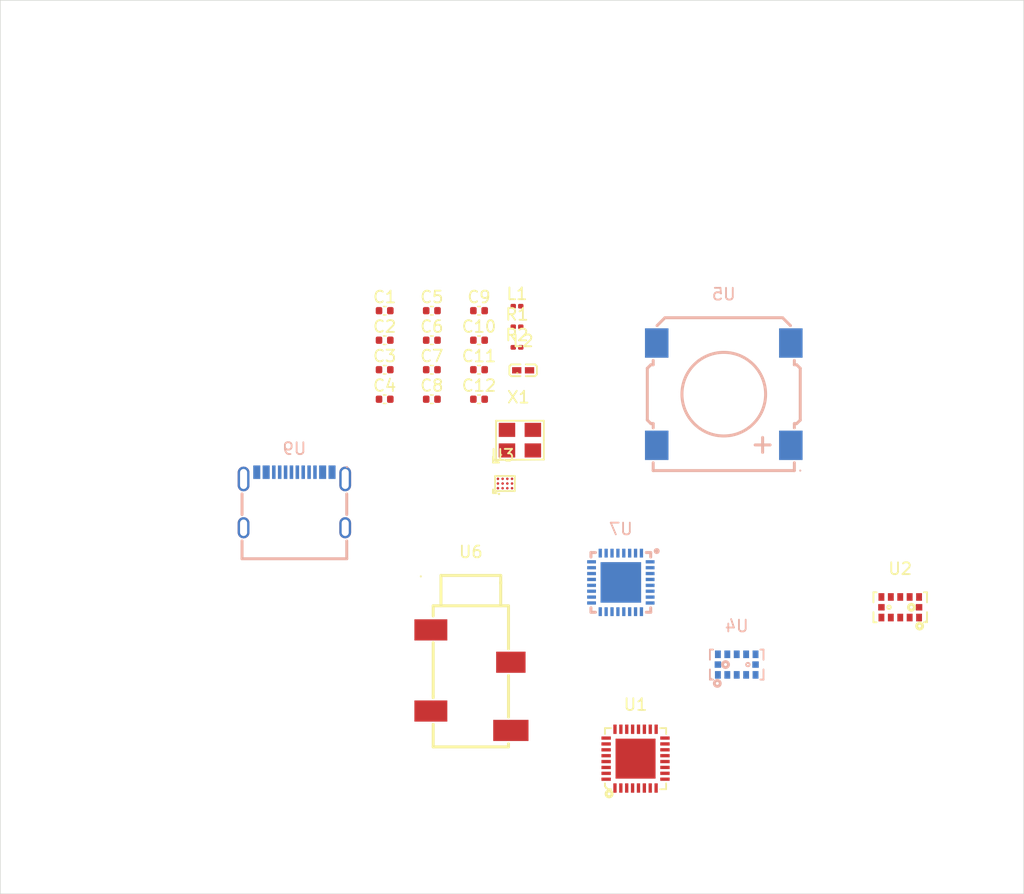
<source format=kicad_pcb>
(kicad_pcb (version 20240108) (generator "pcbnew") (generator_version "8.0")
  (title_block (title "Theremini"))
  (layers (0 "F.Cu" signal) (31 "B.Cu" signal) (34 "B.Paste" user) (35 "F.Paste" user) (36 "B.SilkS" user "B.Silkscreen") (37 "F.SilkS" user "F.Silkscreen") (38 "B.Mask" user) (39 "F.Mask" user) (44 "Edge.Cuts" user))
  (net 0 "")
  (net 1 "GND")
  (net 4 "BUCK CONVERTER IN")
  (net 24 "+3.3V")
  (net 25 "Net-(U3-SS)")
  (net 26 "VDDA")
  (net 27 "NRST")
  (net 31 "XTAL OUT")
  (net 99 "Net-(U3-L1)")
  (net 100 "Net-(U3-L2)")
  (net 101 "Net-(U3-PG)")
  (net 102 "Net-(U7-PH3{slash}BOOT0)")
  (net 104 "Net-(D2-A)")
  (footprint "Capacitor_SMD:C_0402_1005Metric" (layer "F.Cu") (at 104.684043 93.429862)
    (property "Reference" "C8" (at 0 -1.16 0) (layer "F.SilkS"))
    (property "Value" "10n")
    (fp_line (start -0.107836 -0.36) (end 0.107836 -0.36) (stroke (width 0.12)) (layer "F.SilkS"))
    (fp_line (start -0.107836 0.36) (end 0.107836 0.36) (stroke (width 0.12)) (layer "F.SilkS"))
    (pad "1" smd roundrect (at -0.48 0) (size 0.56 0.62) (layers "F.Cu" "F.Paste" "F.Mask") (net 26 "VDDA"))
    (pad "2" smd roundrect (at 0.48 0) (size 0.56 0.62) (layers "F.Cu" "F.Paste" "F.Mask") (net 1 "GND"))
  )
  (footprint "NAU88C22YG:QFN-32_L5.0-W5.0-P0.50-BL-EP3.4" (layer "F.Cu") (at 122 124)
    (property "Reference" "U1" (at 0.00127 -4.597358 0) (layer "F.SilkS"))
    (property "Value" "NAU88C22YG")
    (fp_line (start -2.599848 2.1) (end -2.599848 2.349962) (stroke (width 0.151994)) (layer "F.SilkS"))
    (fp_line (start -2.599848 2.349962) (end -2.349936 2.599873) (stroke (width 0.151994)) (layer "F.SilkS"))
    (fp_line (start -2.599365 -2.597358) (end -2.599365 -2.097485) (stroke (width 0.151994)) (layer "F.SilkS"))
    (fp_line (start -2.599365 -2.597358) (end -2.099467 -2.597358) (stroke (width 0.151994)) (layer "F.SilkS"))
    (fp_line (start -2.349936 2.599873) (end -2.099975 2.599873) (stroke (width 0.151994)) (layer "F.SilkS"))
    (fp_line (start 2.59812 2.602413) (end 2.098247 2.602413) (stroke (width 0.151994)) (layer "F.SilkS"))
    (fp_line (start 2.59812 2.602413) (end 2.59812 2.10254) (stroke (width 0.151994)) (layer "F.SilkS"))
    (fp_line (start 2.602388 -2.597358) (end 2.102515 -2.597358) (stroke (width 0.151994)) (layer "F.SilkS"))
    (fp_line (start 2.602388 -2.597358) (end 2.602388 -2.097485) (stroke (width 0.151994)) (layer "F.SilkS"))
    (fp_circle (center -2.499873 2.500127) (end -2.469901 2.500127) (stroke (width 0.059995)) (fill none) (layer "F.SilkS"))
    (fp_circle (center -2.248412 2.997968) (end -2.123444 2.997968) (stroke (width 0.254)) (fill none) (layer "F.SilkS"))
    (pad "1" smd rect (at -1.750064 2.499873) (size 0.28001 0.8) (layers "F.Cu" "F.Paste" "F.Mask"))
    (pad "2" smd rect (at -1.251461 2.499873) (size 0.28001 0.8) (layers "F.Cu" "F.Paste" "F.Mask"))
    (pad "3" smd rect (at -0.751334 2.499873) (size 0.28001 0.8) (layers "F.Cu" "F.Paste" "F.Mask"))
    (pad "4" smd rect (at -0.251461 2.499873) (size 0.28001 0.8) (layers "F.Cu" "F.Paste" "F.Mask"))
    (pad "5" smd rect (at 0.248666 2.499873) (size 0.28001 0.8) (layers "F.Cu" "F.Paste" "F.Mask"))
    (pad "6" smd rect (at 0.748539 2.499873) (size 0.28001 0.8) (layers "F.Cu" "F.Paste" "F.Mask"))
    (pad "7" smd rect (at 1.248666 2.499873) (size 0.28001 0.8) (layers "F.Cu" "F.Paste" "F.Mask"))
    (pad "8" smd rect (at 1.748539 2.499873) (size 0.28001 0.8) (layers "F.Cu" "F.Paste" "F.Mask"))
    (pad "9" smd rect (at 2.499873 1.748031) (size 0.8 0.28001) (layers "F.Cu" "F.Paste" "F.Mask"))
    (pad "10" smd rect (at 2.499873 1.247904) (size 0.8 0.28001) (layers "F.Cu" "F.Paste" "F.Mask"))
    (pad "11" smd rect (at 2.499873 0.748031) (size 0.8 0.28001) (layers "F.Cu" "F.Paste" "F.Mask"))
    (pad "12" smd rect (at 2.499873 0.247904) (size 0.8 0.28001) (layers "F.Cu" "F.Paste" "F.Mask"))
    (pad "13" smd rect (at 2.499873 -0.251969) (size 0.8 0.28001) (layers "F.Cu" "F.Paste" "F.Mask"))
    (pad "14" smd rect (at 2.499873 -0.752096) (size 0.8 0.28001) (layers "F.Cu" "F.Paste" "F.Mask"))
    (pad "15" smd rect (at 2.499873 -1.251969) (size 0.8 0.28001) (layers "F.Cu" "F.Paste" "F.Mask"))
    (pad "16" smd rect (at 2.499873 -1.752096) (size 0.8 0.28001) (layers "F.Cu" "F.Paste" "F.Mask"))
    (pad "17" smd rect (at 1.751588 -2.499873) (size 0.28001 0.8) (layers "F.Cu" "F.Paste" "F.Mask"))
    (pad "18" smd rect (at 1.251461 -2.499873) (size 0.28001 0.8) (layers "F.Cu" "F.Paste" "F.Mask"))
    (pad "19" smd rect (at 0.751588 -2.499873) (size 0.28001 0.8) (layers "F.Cu" "F.Paste" "F.Mask"))
    (pad "20" smd rect (at 0.251461 -2.499873) (size 0.28001 0.8) (layers "F.Cu" "F.Paste" "F.Mask"))
    (pad "21" smd rect (at -0.248412 -2.499873) (size 0.28001 0.8) (layers "F.Cu" "F.Paste" "F.Mask"))
    (pad "22" smd rect (at -0.748539 -2.499873) (size 0.28001 0.8) (layers "F.Cu" "F.Paste" "F.Mask"))
    (pad "23" smd rect (at -1.248412 -2.499873) (size 0.28001 0.8) (layers "F.Cu" "F.Paste" "F.Mask"))
    (pad "24" smd rect (at -1.748539 -2.499873) (size 0.28001 0.8) (layers "F.Cu" "F.Paste" "F.Mask"))
    (pad "25" smd rect (at -2.499873 -1.750064) (size 0.8 0.28001) (layers "F.Cu" "F.Paste" "F.Mask"))
    (pad "26" smd rect (at -2.499873 -1.249936) (size 0.8 0.28001) (layers "F.Cu" "F.Paste" "F.Mask"))
    (pad "27" smd rect (at -2.499873 -0.750064) (size 0.8 0.28001) (layers "F.Cu" "F.Paste" "F.Mask"))
    (pad "28" smd rect (at -2.499873 -0.249936) (size 0.8 0.28001) (layers "F.Cu" "F.Paste" "F.Mask"))
    (pad "29" smd rect (at -2.499873 0.249936) (size 0.8 0.28001) (layers "F.Cu" "F.Paste" "F.Mask"))
    (pad "30" smd rect (at -2.499873 0.750064) (size 0.8 0.28001) (layers "F.Cu" "F.Paste" "F.Mask"))
    (pad "31" smd rect (at -2.499873 1.249936) (size 0.8 0.28001) (layers "F.Cu" "F.Paste" "F.Mask"))
    (pad "32" smd rect (at -2.499873 1.750064) (size 0.8 0.28001) (layers "F.Cu" "F.Paste" "F.Mask"))
    (pad "33" smd rect (at 0 0 180) (size 3.4 3.4) (layers "F.Cu" "F.Paste" "F.Mask"))
  )
  (footprint "Capacitor_SMD:C_0402_1005Metric" (layer "F.Cu") (at 100.674043 93.429862)
    (property "Reference" "C4" (at 0 -1.16 0) (layer "F.SilkS"))
    (property "Value" "1n")
    (fp_line (start -0.107836 -0.36) (end 0.107836 -0.36) (stroke (width 0.12)) (layer "F.SilkS"))
    (fp_line (start -0.107836 0.36) (end 0.107836 0.36) (stroke (width 0.12)) (layer "F.SilkS"))
    (pad "1" smd roundrect (at -0.48 0) (size 0.56 0.62) (layers "F.Cu" "F.Paste" "F.Mask") (net 1 "GND"))
    (pad "2" smd roundrect (at 0.48 0) (size 0.56 0.62) (layers "F.Cu" "F.Paste" "F.Mask") (net 25 "Net-(U3-SS)"))
  )
  (footprint "Capacitor_SMD:C_0402_1005Metric" (layer "F.Cu") (at 100.674043 90.919862)
    (property "Reference" "C3" (at 0 -1.16 0) (layer "F.SilkS"))
    (property "Value" "10u")
    (fp_line (start -0.107836 -0.36) (end 0.107836 -0.36) (stroke (width 0.12)) (layer "F.SilkS"))
    (fp_line (start -0.107836 0.36) (end 0.107836 0.36) (stroke (width 0.12)) (layer "F.SilkS"))
    (pad "1" smd roundrect (at -0.48 0) (size 0.56 0.62) (layers "F.Cu" "F.Paste" "F.Mask") (net 1 "GND"))
    (pad "2" smd roundrect (at 0.48 0) (size 0.56 0.62) (layers "F.Cu" "F.Paste" "F.Mask") (net 24 "+3.3V"))
  )
  (footprint "Capacitor_SMD:C_0402_1005Metric" (layer "F.Cu") (at 104.684043 88.409862)
    (property "Reference" "C6" (at 0 -1.16 0) (layer "F.SilkS"))
    (property "Value" "100n")
    (fp_line (start -0.107836 -0.36) (end 0.107836 -0.36) (stroke (width 0.12)) (layer "F.SilkS"))
    (fp_line (start -0.107836 0.36) (end 0.107836 0.36) (stroke (width 0.12)) (layer "F.SilkS"))
    (pad "1" smd roundrect (at -0.48 0) (size 0.56 0.62) (layers "F.Cu" "F.Paste" "F.Mask") (net 24 "+3.3V"))
    (pad "2" smd roundrect (at 0.48 0) (size 0.56 0.62) (layers "F.Cu" "F.Paste" "F.Mask") (net 1 "GND"))
  )
  (footprint "PJ-327C-4A:AUDIO-SMD_PJ-327C-4A" (layer "F.Cu") (at 108 117.324867)
    (property "Reference" "U6" (at 0 -10.905055 0) (layer "F.SilkS"))
    (property "Value" "PJ-327C-4A")
    (fp_line (start -3.199975 -6.325044) (end 3.199822 -6.325044) (stroke (width 0.254)) (layer "F.SilkS"))
    (fp_line (start -3.199975 -5.456109) (end -3.199975 -6.325044) (stroke (width 0.254)) (layer "F.SilkS"))
    (fp_line (start -3.199975 1.343993) (end -3.199975 -3.19398) (stroke (width 0.254)) (layer "F.SilkS"))
    (fp_line (start -3.199975 1.343993) (end -3.199975 1.493904) (stroke (width 0.254)) (layer "F.SilkS"))
    (fp_line (start -3.199975 3.756033) (end -3.199975 5.674956) (stroke (width 0.254)) (layer "F.SilkS"))
    (fp_line (start -3.199975 5.674956) (end 3.199822 5.674956) (stroke (width 0.254)) (layer "F.SilkS"))
    (fp_line (start -2.540081 -8.905055) (end -2.540081 -8.357049) (stroke (width 0.254)) (layer "F.SilkS"))
    (fp_line (start -2.540081 -8.905055) (end 2.539929 -8.905055) (stroke (width 0.254)) (layer "F.SilkS"))
    (fp_line (start -2.540081 -8.357049) (end -2.540081 -6.325044) (stroke (width 0.254)) (layer "F.SilkS"))
    (fp_line (start 2.539929 -8.905055) (end 2.539929 -8.212624) (stroke (width 0.254)) (layer "F.SilkS"))
    (fp_line (start 2.539929 -8.357049) (end 2.539929 -6.325044) (stroke (width 0.254)) (layer "F.SilkS"))
    (fp_line (start 3.199822 -6.325044) (end 3.199822 -2.656007) (stroke (width 0.254)) (layer "F.SilkS"))
    (fp_line (start 3.199822 -0.393625) (end 3.199822 3.14384) (stroke (width 0.254)) (layer "F.SilkS"))
    (fp_line (start 3.199822 5.405969) (end 3.199822 5.674956) (stroke (width 0.254)) (layer "F.SilkS"))
    (fp_circle (center -4.249936 -8.825121) (end -4.219964 -8.825121) (stroke (width 0.059995)) (fill none) (layer "F.SilkS"))
    (pad "" np_thru_hole circle (at 0 -3.825121) (size 1.500025 1.500025) (drill 1.500025) (layers "*.Cu" "*.Mask"))
    (pad "" np_thru_hole circle (at 0 2.175133) (size 1.500025 1.500025) (drill 1.500025) (layers "*.Cu" "*.Mask"))
    (pad "1" smd rect (at -3.400051 -4.274956 90) (size 1.8 2.800102) (layers "F.Cu" "F.Paste" "F.Mask"))
    (pad "2" smd rect (at -3.400051 2.624968 90) (size 1.8 2.800102) (layers "F.Cu" "F.Paste" "F.Mask"))
    (pad "3" smd rect (at 3.399797 -1.524892 90) (size 1.8 2.5) (layers "F.Cu" "F.Paste" "F.Mask"))
    (pad "4" smd rect (at 3.400051 4.274956 90) (size 1.8 3) (layers "F.Cu" "F.Paste" "F.Mask"))
  )
  (footprint "Capacitor_SMD:C_0402_1005Metric" (layer "F.Cu") (at 100.674043 88.409862)
    (property "Reference" "C2" (at 0 -1.16 0) (layer "F.SilkS"))
    (property "Value" "10u")
    (fp_line (start -0.107836 -0.36) (end 0.107836 -0.36) (stroke (width 0.12)) (layer "F.SilkS"))
    (fp_line (start -0.107836 0.36) (end 0.107836 0.36) (stroke (width 0.12)) (layer "F.SilkS"))
    (pad "1" smd roundrect (at -0.48 0) (size 0.56 0.62) (layers "F.Cu" "F.Paste" "F.Mask") (net 1 "GND"))
    (pad "2" smd roundrect (at 0.48 0) (size 0.56 0.62) (layers "F.Cu" "F.Paste" "F.Mask") (net 24 "+3.3V"))
  )
  (footprint "VL53L0CXV0DH1:OPTO-SMD_12P_VL53L0CXV0DH-1" (layer "F.Cu") (at 144.5 111.124968)
    (property "Reference" "U2" (at 0 -3.2762 0) (layer "F.SilkS"))
    (property "Value" "VL53L0CXV0DH/1")
    (fp_line (start -2.2762 -1.2762) (end -2.014503 -1.2762) (stroke (width 0.1524)) (layer "F.SilkS"))
    (fp_line (start -2.2762 -0.414503) (end -2.2762 -1.2762) (stroke (width 0.1524)) (layer "F.SilkS"))
    (fp_line (start -2.2762 0.414503) (end -2.2762 1.2762) (stroke (width 0.1524)) (layer "F.SilkS"))
    (fp_line (start -2.2762 1.2762) (end -2.014503 1.2762) (stroke (width 0.1524)) (layer "F.SilkS"))
    (fp_line (start 2.2762 -1.2762) (end 2.014503 -1.2762) (stroke (width 0.1524)) (layer "F.SilkS"))
    (fp_line (start 2.2762 -0.414503) (end 2.2762 -1.2762) (stroke (width 0.1524)) (layer "F.SilkS"))
    (fp_line (start 2.2762 0.414503) (end 2.2762 1.2762) (stroke (width 0.1524)) (layer "F.SilkS"))
    (fp_line (start 2.2762 1.2762) (end 2.014503 1.2762) (stroke (width 0.1524)) (layer "F.SilkS"))
    (fp_circle (center -0.949962 0) (end -0.875032 0) (stroke (width 0.150013)) (fill none) (layer "F.SilkS"))
    (fp_circle (center 0.949962 0) (end 1.07493 0) (stroke (width 0.250012)) (fill none) (layer "F.SilkS"))
    (fp_circle (center 1.649987 1.599949) (end 1.774956 1.599949) (stroke (width 0.250012)) (fill none) (layer "F.SilkS"))
    (fp_circle (center 2.199898 1.199898) (end 2.22987 1.199898) (stroke (width 0.059995)) (fill none) (layer "F.SilkS"))
    (pad "1" smd rect (at 1.599949 0.875032) (size 0.5 0.650013) (layers "F.Cu" "F.Paste" "F.Mask"))
    (pad "2" smd rect (at 0.800102 0.875032) (size 0.5 0.650013) (layers "F.Cu" "F.Paste" "F.Mask"))
    (pad "3" smd rect (at 0 0.875032) (size 0.5 0.650013) (layers "F.Cu" "F.Paste" "F.Mask"))
    (pad "4" smd rect (at -0.800102 0.875032) (size 0.5 0.650013) (layers "F.Cu" "F.Paste" "F.Mask"))
    (pad "5" smd rect (at -1.599949 0.875032) (size 0.5 0.650013) (layers "F.Cu" "F.Paste" "F.Mask"))
    (pad "6" smd rect (at -1.599949 0) (size 0.550013 0.550013) (layers "F.Cu" "F.Paste" "F.Mask"))
    (pad "7" smd rect (at -1.599949 -0.875032) (size 0.5 0.650013) (layers "F.Cu" "F.Paste" "F.Mask"))
    (pad "8" smd rect (at -0.800102 -0.875032) (size 0.5 0.650013) (layers "F.Cu" "F.Paste" "F.Mask"))
    (pad "9" smd rect (at 0 -0.875032) (size 0.5 0.650013) (layers "F.Cu" "F.Paste" "F.Mask"))
    (pad "10" smd rect (at 0.800102 -0.875032) (size 0.5 0.650013) (layers "F.Cu" "F.Paste" "F.Mask"))
    (pad "11" smd rect (at 1.599949 -0.875032) (size 0.5 0.650013) (layers "F.Cu" "F.Paste" "F.Mask"))
    (pad "12" smd rect (at 1.599949 0) (size 0.550013 0.550013) (layers "F.Cu" "F.Paste" "F.Mask"))
  )
  (footprint "Capacitor_SMD:C_0402_1005Metric" (layer "F.Cu") (at 100.674043 85.899862)
    (property "Reference" "C1" (at 0 -1.16 0) (layer "F.SilkS"))
    (property "Value" "10u")
    (fp_line (start -0.107836 -0.36) (end 0.107836 -0.36) (stroke (width 0.12)) (layer "F.SilkS"))
    (fp_line (start -0.107836 0.36) (end 0.107836 0.36) (stroke (width 0.12)) (layer "F.SilkS"))
    (pad "1" smd roundrect (at -0.48 0) (size 0.56 0.62) (layers "F.Cu" "F.Paste" "F.Mask") (net 4 "BUCK CONVERTER IN"))
    (pad "2" smd roundrect (at 0.48 0) (size 0.56 0.62) (layers "F.Cu" "F.Paste" "F.Mask") (net 1 "GND"))
  )
  (footprint "Resistor_SMD:R_0201_0603Metric" (layer "F.Cu") (at 111.924043 89.019862)
    (property "Reference" "R2" (at 0 -1.05 0) (layer "F.SilkS"))
    (property "Value" "10k")
    (pad "1" smd roundrect (at -0.32 0) (size 0.46 0.4) (layers "F.Cu" "F.Mask") (net 1 "GND"))
    (pad "2" smd roundrect (at 0.32 0) (size 0.46 0.4) (layers "F.Cu" "F.Mask") (net 102 "Net-(U7-PH3{slash}BOOT0)"))
  )
  (footprint "Capacitor_SMD:C_0402_1005Metric" (layer "F.Cu") (at 108.694043 85.899862)
    (property "Reference" "C9" (at 0 -1.16 0) (layer "F.SilkS"))
    (property "Value" "1u")
    (fp_line (start -0.107836 -0.36) (end 0.107836 -0.36) (stroke (width 0.12)) (layer "F.SilkS"))
    (fp_line (start -0.107836 0.36) (end 0.107836 0.36) (stroke (width 0.12)) (layer "F.SilkS"))
    (pad "1" smd roundrect (at -0.48 0) (size 0.56 0.62) (layers "F.Cu" "F.Paste" "F.Mask") (net 26 "VDDA"))
    (pad "2" smd roundrect (at 0.48 0) (size 0.56 0.62) (layers "F.Cu" "F.Paste" "F.Mask") (net 1 "GND"))
  )
  (footprint "Capacitor_SMD:C_0402_1005Metric" (layer "F.Cu") (at 108.694043 93.429862)
    (property "Reference" "C12" (at 0 -1.16 0) (layer "F.SilkS"))
    (property "Value" "15p")
    (fp_line (start -0.107836 -0.36) (end 0.107836 -0.36) (stroke (width 0.12)) (layer "F.SilkS"))
    (fp_line (start -0.107836 0.36) (end 0.107836 0.36) (stroke (width 0.12)) (layer "F.SilkS"))
    (pad "1" smd roundrect (at -0.48 0) (size 0.56 0.62) (layers "F.Cu" "F.Paste" "F.Mask") (net 31 "XTAL OUT"))
    (pad "2" smd roundrect (at 0.48 0) (size 0.56 0.62) (layers "F.Cu" "F.Paste" "F.Mask") (net 1 "GND"))
  )
  (footprint "Capacitor_SMD:C_0402_1005Metric" (layer "F.Cu") (at 108.694043 90.919862)
    (property "Reference" "C11" (at 0 -1.16 0) (layer "F.SilkS"))
    (property "Value" "100n")
    (fp_line (start -0.107836 -0.36) (end 0.107836 -0.36) (stroke (width 0.12)) (layer "F.SilkS"))
    (fp_line (start -0.107836 0.36) (end 0.107836 0.36) (stroke (width 0.12)) (layer "F.SilkS"))
    (pad "1" smd roundrect (at -0.48 0) (size 0.56 0.62) (layers "F.Cu" "F.Paste" "F.Mask") (net 24 "+3.3V"))
    (pad "2" smd roundrect (at 0.48 0) (size 0.56 0.62) (layers "F.Cu" "F.Paste" "F.Mask") (net 1 "GND"))
  )
  (footprint "BLM15AG601SN1D:L0402" (layer "F.Cu") (at 112.44395 90.969665)
    (property "Reference" "L2" (at 0 -2.498603 0) (layer "F.SilkS"))
    (property "Value" "BLM15AG601SN1D")
    (fp_line (start -1.168707 -0.346203) (end -1.016307 -0.498603) (stroke (width 0.1524)) (layer "F.SilkS"))
    (fp_line (start -1.168707 0.346203) (end -1.168707 -0.346203) (stroke (width 0.1524)) (layer "F.SilkS"))
    (fp_line (start -1.016307 -0.498603) (end -0.226213 -0.498603) (stroke (width 0.1524)) (layer "F.SilkS"))
    (fp_line (start -1.016307 0.498603) (end -1.168707 0.346203) (stroke (width 0.1524)) (layer "F.SilkS"))
    (fp_line (start -0.226213 0.498603) (end -1.016307 0.498603) (stroke (width 0.1524)) (layer "F.SilkS"))
    (fp_line (start 0.226213 0.498603) (end 1.016307 0.498603) (stroke (width 0.1524)) (layer "F.SilkS"))
    (fp_line (start 1.016307 -0.498603) (end 0.226213 -0.498603) (stroke (width 0.1524)) (layer "F.SilkS"))
    (fp_line (start 1.016307 0.498603) (end 1.168707 0.346203) (stroke (width 0.1524)) (layer "F.SilkS"))
    (fp_line (start 1.168707 -0.346203) (end 1.016307 -0.498603) (stroke (width 0.1524)) (layer "F.SilkS"))
    (fp_line (start 1.168707 0.346203) (end 1.168707 -0.346203) (stroke (width 0.1524)) (layer "F.SilkS"))
    (fp_circle (center -0.5 0.250013) (end -0.470003 0.250013) (stroke (width 0.059995)) (fill none) (layer "F.SilkS"))
    (pad "1" smd rect (at -0.545085 0) (size 0.790094 0.540005) (layers "F.Cu" "F.Paste" "F.Mask") (net 24 "+3.3V"))
    (pad "2" smd rect (at 0.545085 0) (size 0.790094 0.540005) (layers "F.Cu" "F.Paste" "F.Mask") (net 26 "VDDA"))
  )
  (footprint "Resistor_SMD:R_0201_0603Metric" (layer "F.Cu") (at 111.924043 87.269862)
    (property "Reference" "R1" (at 0 -1.05 0) (layer "F.SilkS"))
    (property "Value" "1M")
    (pad "1" smd roundrect (at -0.32 0) (size 0.46 0.4) (layers "F.Cu" "F.Mask") (net 101 "Net-(U3-PG)"))
    (pad "2" smd roundrect (at 0.32 0) (size 0.46 0.4) (layers "F.Cu" "F.Mask") (net 24 "+3.3V"))
  )
  (footprint "Capacitor_SMD:C_0402_1005Metric" (layer "F.Cu") (at 104.684043 85.899862)
    (property "Reference" "C5" (at 0 -1.16 0) (layer "F.SilkS"))
    (property "Value" "4u7")
    (fp_line (start -0.107836 -0.36) (end 0.107836 -0.36) (stroke (width 0.12)) (layer "F.SilkS"))
    (fp_line (start -0.107836 0.36) (end 0.107836 0.36) (stroke (width 0.12)) (layer "F.SilkS"))
    (pad "1" smd roundrect (at -0.48 0) (size 0.56 0.62) (layers "F.Cu" "F.Paste" "F.Mask") (net 24 "+3.3V"))
    (pad "2" smd roundrect (at 0.48 0) (size 0.56 0.62) (layers "F.Cu" "F.Paste" "F.Mask") (net 1 "GND"))
  )
  (footprint "Capacitor_SMD:C_0402_1005Metric" (layer "F.Cu") (at 104.684043 90.919862)
    (property "Reference" "C7" (at 0 -1.16 0) (layer "F.SilkS"))
    (property "Value" "100n")
    (fp_line (start -0.107836 -0.36) (end 0.107836 -0.36) (stroke (width 0.12)) (layer "F.SilkS"))
    (fp_line (start -0.107836 0.36) (end 0.107836 0.36) (stroke (width 0.12)) (layer "F.SilkS"))
    (pad "1" smd roundrect (at -0.48 0) (size 0.56 0.62) (layers "F.Cu" "F.Paste" "F.Mask") (net 24 "+3.3V"))
    (pad "2" smd roundrect (at 0.48 0) (size 0.56 0.62) (layers "F.Cu" "F.Paste" "F.Mask") (net 1 "GND"))
  )
  (footprint "TPS63051YFFR:DSBGA-12_L1.6-W1.2-R3-C4-P0.40-BL" (layer "F.Cu") (at 110.900051 100.599949)
    (property "Reference" "U3" (at -0.208026 -2.400051 0) (layer "F.SilkS"))
    (property "Value" "TPS63051YFFR")
    (fp_line (start -1.016002 0.508001) (end -1.016002 0.808001) (stroke (width 0.150013)) (layer "F.SilkS"))
    (fp_line (start -1.016002 0.808001) (end -1.016002 0.508001) (stroke (width 0.150013)) (layer "F.SilkS"))
    (fp_line (start -1.016002 0.808001) (end -0.716002 0.808001) (stroke (width 0.150013)) (layer "F.SilkS"))
    (fp_line (start -0.83998 -0.640081) (end -0.83998 0.639827) (stroke (width 0.150013)) (layer "F.SilkS"))
    (fp_line (start -0.83998 0.639827) (end 0.83998 0.639827) (stroke (width 0.150013)) (layer "F.SilkS"))
    (fp_line (start -0.716002 0.808001) (end -1.016002 0.808001) (stroke (width 0.150013)) (layer "F.SilkS"))
    (fp_line (start 0.83998 -0.640081) (end -0.83998 -0.640081) (stroke (width 0.150013)) (layer "F.SilkS"))
    (fp_line (start 0.83998 0.639827) (end 0.83998 -0.640081) (stroke (width 0.150013)) (layer "F.SilkS"))
    (fp_circle (center -0.8 0.6) (end -0.770003 0.6) (stroke (width 0.059995)) (fill none) (layer "F.SilkS"))
    (fp_circle (center -0.508001 0.889002) (end -0.457963 0.889002) (stroke (width 0.1)) (fill none) (layer "F.SilkS"))
    (pad "A1" smd circle (at -0.599949 0.400051) (size 0.216002 0.216002) (layers "F.Cu" "F.Paste" "F.Mask") (net 99 "Net-(U3-L1)"))
    (pad "A2" smd circle (at -0.599949 0) (size 0.216002 0.216002) (layers "F.Cu" "F.Paste" "F.Mask") (net 4 "BUCK CONVERTER IN"))
    (pad "A3" smd circle (at -0.599949 -0.400051) (size 0.216002 0.216002) (layers "F.Cu" "F.Paste" "F.Mask") (net 4 "BUCK CONVERTER IN"))
    (pad "B1" smd circle (at -0.199898 0.400051) (size 0.216002 0.216002) (layers "F.Cu" "F.Paste" "F.Mask") (net 1 "GND"))
    (pad "B2" smd circle (at -0.199898 0) (size 0.216002 0.216002) (layers "F.Cu" "F.Paste" "F.Mask") (net 4 "BUCK CONVERTER IN"))
    (pad "B3" smd circle (at -0.199898 -0.400051) (size 0.216002 0.216002) (layers "F.Cu" "F.Paste" "F.Mask") (net 4 "BUCK CONVERTER IN"))
    (pad "C1" smd circle (at 0.199898 0.400051) (size 0.216002 0.216002) (layers "F.Cu" "F.Paste" "F.Mask") (net 100 "Net-(U3-L2)"))
    (pad "C2" smd circle (at 0.199898 0) (size 0.216002 0.216002) (layers "F.Cu" "F.Paste" "F.Mask") (net 1 "GND"))
    (pad "C3" smd circle (at 0.199898 -0.400051) (size 0.216002 0.216002) (layers "F.Cu" "F.Paste" "F.Mask") (net 101 "Net-(U3-PG)"))
    (pad "D1" smd circle (at 0.599949 0.400051) (size 0.216002 0.216002) (layers "F.Cu" "F.Paste" "F.Mask") (net 24 "+3.3V"))
    (pad "D2" smd circle (at 0.599949 0) (size 0.216002 0.216002) (layers "F.Cu" "F.Paste" "F.Mask") (net 24 "+3.3V"))
    (pad "D3" smd circle (at 0.599949 -0.400051) (size 0.216002 0.216002) (layers "F.Cu" "F.Paste" "F.Mask") (net 25 "Net-(U3-SS)"))
  )
  (footprint "Capacitor_SMD:C_0402_1005Metric" (layer "F.Cu") (at 108.694043 88.409862)
    (property "Reference" "C10" (at 0 -1.16 0) (layer "F.SilkS"))
    (property "Value" "100n")
    (fp_line (start -0.107836 -0.36) (end 0.107836 -0.36) (stroke (width 0.12)) (layer "F.SilkS"))
    (fp_line (start -0.107836 0.36) (end 0.107836 0.36) (stroke (width 0.12)) (layer "F.SilkS"))
    (pad "1" smd roundrect (at -0.48 0) (size 0.56 0.62) (layers "F.Cu" "F.Paste" "F.Mask") (net 27 "NRST"))
    (pad "2" smd roundrect (at 0.48 0) (size 0.56 0.62) (layers "F.Cu" "F.Paste" "F.Mask") (net 1 "GND"))
  )
  (footprint "Inductor_SMD:L_0201_0603Metric" (layer "F.Cu") (at 111.924043 85.519862)
    (property "Reference" "L1" (at 0 -1.05 0) (layer "F.SilkS"))
    (property "Value" "1.5u")
    (pad "1" smd roundrect (at -0.32 0) (size 0.46 0.4) (layers "F.Cu" "F.Mask") (net 99 "Net-(U3-L1)"))
    (pad "2" smd roundrect (at 0.32 0) (size 0.46 0.4) (layers "F.Cu" "F.Mask") (net 100 "Net-(U3-L2)"))
  )
  (footprint "OT32258MJBA4SL:OSC-SMD_4P-L3.2-W2.5-BL" (layer "F.Cu") (at 112.171045 96.912319)
    (property "Reference" "X1" (at -0.127 -3.651257 0) (layer "F.SilkS"))
    (property "Value" "OT32258MJBA4SL")
    (fp_line (start -2.286005 1.396876) (end -2.286005 1.904877) (stroke (width 0.151994)) (layer "F.SilkS"))
    (fp_line (start -2.286005 1.904877) (end -1.778004 1.904877) (stroke (width 0.151994)) (layer "F.SilkS"))
    (fp_line (start -2.029464 -1.651257) (end 2.032004 -1.65113) (stroke (width 0.1524)) (layer "F.SilkS"))
    (fp_line (start -2.029464 1.678689) (end -2.029464 -1.651257) (stroke (width 0.1524)) (layer "F.SilkS"))
    (fp_line (start 2.032004 -1.65113) (end 2.032004 -0.000127) (stroke (width 0.1524)) (layer "F.SilkS"))
    (fp_line (start 2.032004 -0.000127) (end 2.032004 1.650876) (stroke (width 0.1524)) (layer "F.SilkS"))
    (fp_line (start 2.032004 1.650876) (end -2.029464 1.678689) (stroke (width 0.1524)) (layer "F.SilkS"))
    (fp_line (start 2.032004 1.650876) (end 2.032004 1.650876) (stroke (width 0.1524)) (layer "F.SilkS"))
    (fp_circle (center -1.599949 1.249936) (end -1.569977 1.249936) (stroke (width 0.059995)) (fill none) (layer "F.SilkS"))
    (pad "1" smd rect (at -1.100076 0.875032) (size 1.4 1.2) (layers "F.Cu" "F.Paste" "F.Mask") (net 24 "+3.3V"))
    (pad "2" smd rect (at 1.100076 0.875032) (size 1.4 1.2) (layers "F.Cu" "F.Paste" "F.Mask") (net 1 "GND"))
    (pad "3" smd rect (at 1.100076 -0.875032) (size 1.4 1.2) (layers "F.Cu" "F.Paste" "F.Mask") (net 31 "XTAL OUT"))
    (pad "4" smd rect (at -1.100076 -0.875032) (size 1.4 1.2) (layers "F.Cu" "F.Paste" "F.Mask") (net 24 "+3.3V"))
  )
  (footprint "VL53L0CXV0DH1:OPTO-SMD_12P_VL53L0CXV0DH-1" (layer "B.Cu") (at 130.599949 116 180)
    (property "Reference" "U4" (at 0 3.2762 0) (layer "B.SilkS") (effects (justify mirror)))
    (property "Value" "VL53L0CXV0DH/1")
    (fp_line (start 2.2762 1.2762) (end 2.2762 0.414503) (stroke (width 0.1524)) (layer "B.SilkS"))
    (fp_line (start 2.2762 -1.2762) (end 2.2762 -0.414503) (stroke (width 0.1524)) (layer "B.SilkS"))
    (fp_line (start 2.014503 1.2762) (end 2.2762 1.2762) (stroke (width 0.1524)) (layer "B.SilkS"))
    (fp_line (start 2.014503 -1.2762) (end 2.2762 -1.2762) (stroke (width 0.1524)) (layer "B.SilkS"))
    (fp_line (start -2.014503 1.2762) (end -2.2762 1.2762) (stroke (width 0.1524)) (layer "B.SilkS"))
    (fp_line (start -2.014503 -1.2762) (end -2.2762 -1.2762) (stroke (width 0.1524)) (layer "B.SilkS"))
    (fp_line (start -2.2762 1.2762) (end -2.2762 0.414503) (stroke (width 0.1524)) (layer "B.SilkS"))
    (fp_line (start -2.2762 -1.2762) (end -2.2762 -0.414503) (stroke (width 0.1524)) (layer "B.SilkS"))
    (fp_circle (center 2.199898 -1.199898) (end 2.22987 -1.199898) (stroke (width 0.059995)) (fill none) (layer "B.SilkS"))
    (fp_circle (center 1.649987 -1.599949) (end 1.774956 -1.599949) (stroke (width 0.250012)) (fill none) (layer "B.SilkS"))
    (fp_circle (center 0.949962 0) (end 1.07493 0) (stroke (width 0.250012)) (fill none) (layer "B.SilkS"))
    (fp_circle (center -0.949962 0) (end -0.875032 0) (stroke (width 0.150013)) (fill none) (layer "B.SilkS"))
    (pad "1" smd rect (at 1.599949 -0.875032 180) (size 0.5 0.650013) (layers "B.Cu" "B.Paste" "B.Mask"))
    (pad "2" smd rect (at 0.800102 -0.875032 180) (size 0.5 0.650013) (layers "B.Cu" "B.Paste" "B.Mask"))
    (pad "3" smd rect (at 0 -0.875032 180) (size 0.5 0.650013) (layers "B.Cu" "B.Paste" "B.Mask"))
    (pad "4" smd rect (at -0.800102 -0.875032 180) (size 0.5 0.650013) (layers "B.Cu" "B.Paste" "B.Mask"))
    (pad "5" smd rect (at -1.599949 -0.875032 180) (size 0.5 0.650013) (layers "B.Cu" "B.Paste" "B.Mask"))
    (pad "6" smd rect (at -1.599949 0 180) (size 0.550013 0.550013) (layers "B.Cu" "B.Paste" "B.Mask"))
    (pad "7" smd rect (at -1.599949 0.875032 180) (size 0.5 0.650013) (layers "B.Cu" "B.Paste" "B.Mask"))
    (pad "8" smd rect (at -0.800102 0.875032 180) (size 0.5 0.650013) (layers "B.Cu" "B.Paste" "B.Mask"))
    (pad "9" smd rect (at 0 0.875032 180) (size 0.5 0.650013) (layers "B.Cu" "B.Paste" "B.Mask"))
    (pad "10" smd rect (at 0.800102 0.875032 180) (size 0.5 0.650013) (layers "B.Cu" "B.Paste" "B.Mask"))
    (pad "11" smd rect (at 1.599949 0.875032 180) (size 0.5 0.650013) (layers "B.Cu" "B.Paste" "B.Mask"))
    (pad "12" smd rect (at 1.599949 0 180) (size 0.550013 0.550013) (layers "B.Cu" "B.Paste" "B.Mask"))
  )
  (footprint "TYPE-C16PIN:USB-C-SMD_TYPE-C16PIN" (layer "B.Cu") (at 93 102 180)
    (property "Reference" "U9" (at 0.000013 4.362459 0) (layer "B.SilkS") (effects (justify mirror)))
    (property "Value" "TYPE-C16PIN")
    (fp_line (start 4.450013 0.517932) (end 4.450013 -1.243002) (stroke (width 0.254)) (layer "B.SilkS"))
    (fp_line (start 4.450013 -3.481915) (end 4.450013 -4.999975) (stroke (width 0.254)) (layer "B.SilkS"))
    (fp_line (start 4.450013 -4.999975) (end -4.449987 -4.999975) (stroke (width 0.254)) (layer "B.SilkS"))
    (fp_line (start -4.449987 -1.243002) (end -4.449987 0.517932) (stroke (width 0.254)) (layer "B.SilkS"))
    (fp_line (start -4.449987 -4.999975) (end -4.449987 -3.481915) (stroke (width 0.254)) (layer "B.SilkS"))
    (fp_circle (center -4.470155 2.802642) (end -4.440183 2.802642) (stroke (width 0.059995)) (fill none) (layer "B.SilkS"))
    (pad "" np_thru_hole circle (at -2.890018 1.288037 180) (size 0.649987 0.649987) (drill 0.649987) (layers "*.Cu" "*.Mask"))
    (pad "" np_thru_hole circle (at 2.890018 1.288037 180) (size 0.649987 0.649987) (drill 0.649987) (layers "*.Cu" "*.Mask"))
    (pad "1" thru_hole oval (at -4.320041 1.787402 180) (size 1 2.1) (drill oval 0.6 1.700025) (layers "*.Cu" "*.Mask") (net 1 "GND"))
    (pad "2" thru_hole oval (at 4.320041 1.787402 180) (size 1 2.1) (drill oval 0.6 1.700025) (layers "*.Cu" "*.Mask") (net 1 "GND"))
    (pad "3" thru_hole oval (at -4.320041 -2.362459 180) (size 1 1.8) (drill oval 0.6 1.4) (layers "*.Cu" "*.Mask") (net 1 "GND"))
    (pad "4" thru_hole oval (at 4.320041 -2.362459 180) (size 1 1.8) (drill oval 0.6 1.4) (layers "*.Cu" "*.Mask") (net 1 "GND"))
    (pad "A1B12" smd rect (at -3.200152 2.362459 180) (size 0.6 1.150013) (layers "B.Cu" "B.Paste" "B.Mask") (net 1 "GND"))
    (pad "A4B9" smd rect (at -2.400051 2.362459 180) (size 0.6 1.150013) (layers "B.Cu" "B.Paste" "B.Mask") (net 104 "Net-(D2-A)"))
    (pad "A5" smd rect (at -1.249936 2.362459 180) (size 0.3 1.150013) (layers "B.Cu" "B.Paste" "B.Mask"))
    (pad "A6" smd rect (at -0.249936 2.362459 180) (size 0.3 1.150013) (layers "B.Cu" "B.Paste" "B.Mask"))
    (pad "A7" smd rect (at 0.249936 2.362459 180) (size 0.3 1.150013) (layers "B.Cu" "B.Paste" "B.Mask"))
    (pad "A8" smd rect (at 1.249936 2.362459 180) (size 0.3 1.150013) (layers "B.Cu" "B.Paste" "B.Mask"))
    (pad "B1A12" smd rect (at 3.199898 2.362459 180) (size 0.6 1.150013) (layers "B.Cu" "B.Paste" "B.Mask") (net 1 "GND"))
    (pad "B4A9" smd rect (at 2.400051 2.362459 180) (size 0.6 1.150013) (layers "B.Cu" "B.Paste" "B.Mask") (net 104 "Net-(D2-A)"))
    (pad "B5" smd rect (at 1.750064 2.362459 180) (size 0.3 1.150013) (layers "B.Cu" "B.Paste" "B.Mask"))
    (pad "B6" smd rect (at 0.750064 2.362459 180) (size 0.3 1.150013) (layers "B.Cu" "B.Paste" "B.Mask"))
    (pad "B7" smd rect (at -0.750064 2.362459 180) (size 0.3 1.150013) (layers "B.Cu" "B.Paste" "B.Mask"))
    (pad "B8" smd rect (at -1.750064 2.362459 180) (size 0.3 1.150013) (layers "B.Cu" "B.Paste" "B.Mask"))
  )
  (footprint "STM32L432KBU6TR:UFQFPN-32_L5.0-W5.0-P0.50-TL-EP3.5" (layer "B.Cu") (at 120.750064 109.010033 180)
    (property "Reference" "U7" (at 0 4.540005 0) (layer "B.SilkS") (effects (justify mirror)))
    (property "Value" "STM32L432KBU6TR")
    (fp_line (start 2.540005 2.540005) (end 2.159258 2.540005) (stroke (width 0.254)) (layer "B.SilkS"))
    (fp_line (start 2.540005 2.159258) (end 2.540005 2.540005) (stroke (width 0.254)) (layer "B.SilkS"))
    (fp_line (start 2.540005 -2.540005) (end 2.540005 -2.159258) (stroke (width 0.254)) (layer "B.SilkS"))
    (fp_line (start 2.159258 -2.540005) (end 2.540005 -2.540005) (stroke (width 0.254)) (layer "B.SilkS"))
    (fp_line (start -2.159258 2.540005) (end -2.540005 2.540005) (stroke (width 0.254)) (layer "B.SilkS"))
    (fp_line (start -2.540005 2.540005) (end -2.540005 2.159004) (stroke (width 0.254)) (layer "B.SilkS"))
    (fp_line (start -2.540005 -2.159258) (end -2.540005 -2.540005) (stroke (width 0.254)) (layer "B.SilkS"))
    (fp_line (start -2.540005 -2.540005) (end -2.159004 -2.540005) (stroke (width 0.254)) (layer "B.SilkS"))
    (fp_circle (center -2.500127 2.500127) (end -2.470155 2.500127) (stroke (width 0.059995)) (fill none) (layer "B.SilkS"))
    (fp_circle (center -3.048006 2.667005) (end -2.921006 2.667005) (stroke (width 0.254)) (fill none) (layer "B.SilkS"))
    (pad "1" smd rect (at -2.489967 1.750064 180) (size 0.750013 0.28001) (layers "B.Cu" "B.Paste" "B.Mask") (net 24 "+3.3V"))
    (pad "2" smd rect (at -2.489967 1.250191 180) (size 0.750013 0.28001) (layers "B.Cu" "B.Paste" "B.Mask"))
    (pad "3" smd rect (at -2.489967 0.750064 180) (size 0.750013 0.28001) (layers "B.Cu" "B.Paste" "B.Mask"))
    (pad "4" smd rect (at -2.489967 0.250191 180) (size 0.750013 0.28001) (layers "B.Cu" "B.Paste" "B.Mask") (net 27 "NRST"))
    (pad "5" smd rect (at -2.489967 -0.249936 180) (size 0.750013 0.28001) (layers "B.Cu" "B.Paste" "B.Mask") (net 26 "VDDA"))
    (pad "6" smd rect (at -2.489967 -0.749809 180) (size 0.750013 0.28001) (layers "B.Cu" "B.Paste" "B.Mask") (net 31 "XTAL OUT"))
    (pad "7" smd rect (at -2.489967 -1.249936 180) (size 0.750013 0.28001) (layers "B.Cu" "B.Paste" "B.Mask"))
    (pad "8" smd rect (at -2.489967 -1.749809 180) (size 0.750013 0.28001) (layers "B.Cu" "B.Paste" "B.Mask"))
    (pad "9" smd rect (at -1.750064 -2.489967 180) (size 0.28001 0.750013) (layers "B.Cu" "B.Paste" "B.Mask"))
    (pad "10" smd rect (at -1.250191 -2.489967 180) (size 0.28001 0.750013) (layers "B.Cu" "B.Paste" "B.Mask"))
    (pad "11" smd rect (at -0.750064 -2.489967 180) (size 0.28001 0.750013) (layers "B.Cu" "B.Paste" "B.Mask"))
    (pad "12" smd rect (at -0.250191 -2.489967 180) (size 0.28001 0.750013) (layers "B.Cu" "B.Paste" "B.Mask"))
    (pad "13" smd rect (at 0.249936 -2.489967 180) (size 0.28001 0.750013) (layers "B.Cu" "B.Paste" "B.Mask"))
    (pad "14" smd rect (at 0.749809 -2.489967 180) (size 0.28001 0.750013) (layers "B.Cu" "B.Paste" "B.Mask"))
    (pad "15" smd rect (at 1.249936 -2.489967 180) (size 0.28001 0.750013) (layers "B.Cu" "B.Paste" "B.Mask"))
    (pad "16" smd rect (at 1.749809 -2.489967 180) (size 0.28001 0.750013) (layers "B.Cu" "B.Paste" "B.Mask"))
    (pad "17" smd rect (at 2.489967 -1.750064 180) (size 0.750013 0.28001) (layers "B.Cu" "B.Paste" "B.Mask") (net 24 "+3.3V"))
    (pad "18" smd rect (at 2.489967 -1.249936 180) (size 0.750013 0.28001) (layers "B.Cu" "B.Paste" "B.Mask"))
    (pad "19" smd rect (at 2.489967 -0.750064 180) (size 0.750013 0.28001) (layers "B.Cu" "B.Paste" "B.Mask"))
    (pad "20" smd rect (at 2.489967 -0.249936 180) (size 0.750013 0.28001) (layers "B.Cu" "B.Paste" "B.Mask"))
    (pad "21" smd rect (at 2.489967 0.249936 180) (size 0.750013 0.28001) (layers "B.Cu" "B.Paste" "B.Mask"))
    (pad "22" smd rect (at 2.489967 0.750064 180) (size 0.750013 0.28001) (layers "B.Cu" "B.Paste" "B.Mask"))
    (pad "23" smd rect (at 2.489967 1.249936 180) (size 0.750013 0.28001) (layers "B.Cu" "B.Paste" "B.Mask"))
    (pad "24" smd rect (at 2.489967 1.750064 180) (size 0.750013 0.28001) (layers "B.Cu" "B.Paste" "B.Mask"))
    (pad "25" smd rect (at 1.750064 2.489967 180) (size 0.28001 0.750013) (layers "B.Cu" "B.Paste" "B.Mask"))
    (pad "26" smd rect (at 1.249936 2.489967 180) (size 0.28001 0.750013) (layers "B.Cu" "B.Paste" "B.Mask"))
    (pad "27" smd rect (at 0.750064 2.489967 180) (size 0.28001 0.750013) (layers "B.Cu" "B.Paste" "B.Mask"))
    (pad "28" smd rect (at 0.249936 2.489967 180) (size 0.28001 0.750013) (layers "B.Cu" "B.Paste" "B.Mask"))
    (pad "29" smd rect (at -0.249936 2.489967 180) (size 0.28001 0.750013) (layers "B.Cu" "B.Paste" "B.Mask"))
    (pad "30" smd rect (at -0.750064 2.489967 180) (size 0.28001 0.750013) (layers "B.Cu" "B.Paste" "B.Mask"))
    (pad "31" smd rect (at -1.249936 2.489967 180) (size 0.28001 0.750013) (layers "B.Cu" "B.Paste" "B.Mask") (net 102 "Net-(U7-PH3{slash}BOOT0)"))
    (pad "32" smd rect (at -1.750064 2.489967 180) (size 0.28001 0.750013) (layers "B.Cu" "B.Paste" "B.Mask") (net 1 "GND"))
    (pad "33" smd rect (at 0 0 180) (size 3.450089 3.450089) (layers "B.Cu" "B.Paste" "B.Mask"))
  )
  (footprint "KLJ-01304T-08R07W:BUZ-SMD_4P-L13.0-W13.0-P11.4-BL" (layer "B.Cu") (at 129.5 93 180)
    (property "Reference" "U5" (at 0 8.5 0) (layer "B.SilkS") (effects (justify mirror)))
    (property "Value" "KLJ-01304T-08R07W")
    (fp_line (start 6.5 2.2) (end 6.2 2.5) (stroke (width 0.254)) (layer "B.SilkS"))
    (fp_line (start 6.5 -2.2) (end 6.5 2.2) (stroke (width 0.254)) (layer "B.SilkS"))
    (fp_line (start 6.2 2.5) (end 6 2.5) (stroke (width 0.254)) (layer "B.SilkS"))
    (fp_line (start 6.2 -2.5) (end 6.5 -2.2) (stroke (width 0.254)) (layer "B.SilkS"))
    (fp_line (start 6 2.5) (end 6 2.868834) (stroke (width 0.254)) (layer "B.SilkS"))
    (fp_line (start 6 -2.5) (end 6.2 -2.5) (stroke (width 0.254)) (layer "B.SilkS"))
    (fp_line (start 6 -2.868885) (end 6 -2.5) (stroke (width 0.254)) (layer "B.SilkS"))
    (fp_line (start 6 -6.5) (end 6 -5.831191) (stroke (width 0.254)) (layer "B.SilkS"))
    (fp_line (start 5.669596 5.830404) (end 5 6.5) (stroke (width 0.254)) (layer "B.SilkS"))
    (fp_line (start 5 6.5) (end -5 6.5) (stroke (width 0.254)) (layer "B.SilkS"))
    (fp_line (start -2.667005 -4.318009) (end -3.937008 -4.318009) (stroke (width 0.254)) (layer "B.SilkS"))
    (fp_line (start -3.302007 -4.95301) (end -3.302007 -3.683007) (stroke (width 0.254)) (layer "B.SilkS"))
    (fp_line (start -5.669596 5.830404) (end -5 6.5) (stroke (width 0.254)) (layer "B.SilkS"))
    (fp_line (start -6 2.868834) (end -6 2.5) (stroke (width 0.254)) (layer "B.SilkS"))
    (fp_line (start -6 2.5) (end -6.2 2.5) (stroke (width 0.254)) (layer "B.SilkS"))
    (fp_line (start -6 -2.5) (end -6 -2.868885) (stroke (width 0.254)) (layer "B.SilkS"))
    (fp_line (start -6 -5.831191) (end -6 -6.5) (stroke (width 0.254)) (layer "B.SilkS"))
    (fp_line (start -6 -6.5) (end 6 -6.5) (stroke (width 0.254)) (layer "B.SilkS"))
    (fp_line (start -6.2 2.5) (end -6.5 2.2) (stroke (width 0.254)) (layer "B.SilkS"))
    (fp_line (start -6.2 -2.5) (end -6 -2.5) (stroke (width 0.254)) (layer "B.SilkS"))
    (fp_line (start -6.5 2.2) (end -6.5 -2.210008) (stroke (width 0.254)) (layer "B.SilkS"))
    (fp_line (start -6.5 -2.210008) (end -6.2 -2.5) (stroke (width 0.254)) (layer "B.SilkS"))
    (fp_circle (center 0 -0.000025) (end 3.556007 -0.000025) (stroke (width 0.254)) (fill none) (layer "B.SilkS"))
    (fp_circle (center -6.499873 -6.500152) (end -6.469901 -6.500152) (stroke (width 0.059995)) (fill none) (layer "B.SilkS"))
    (pad "1" smd rect (at -5.700025 -4.350038 180) (size 2 2.5) (layers "B.Cu" "B.Paste" "B.Mask"))
    (pad "2" smd rect (at 5.700025 -4.350038 180) (size 2 2.5) (layers "B.Cu" "B.Paste" "B.Mask"))
    (pad "3" smd rect (at 5.700025 4.349987 180) (size 2 2.5) (layers "B.Cu" "B.Paste" "B.Mask"))
    (pad "4" smd rect (at -5.700025 4.349987 180) (size 2 2.5) (layers "B.Cu" "B.Paste" "B.Mask"))
  )
  (gr_rect (start 68 59.5) (end 155 135.5) (stroke (width 0.05)) (fill none) (layer "Edge.Cuts"))
)
</source>
